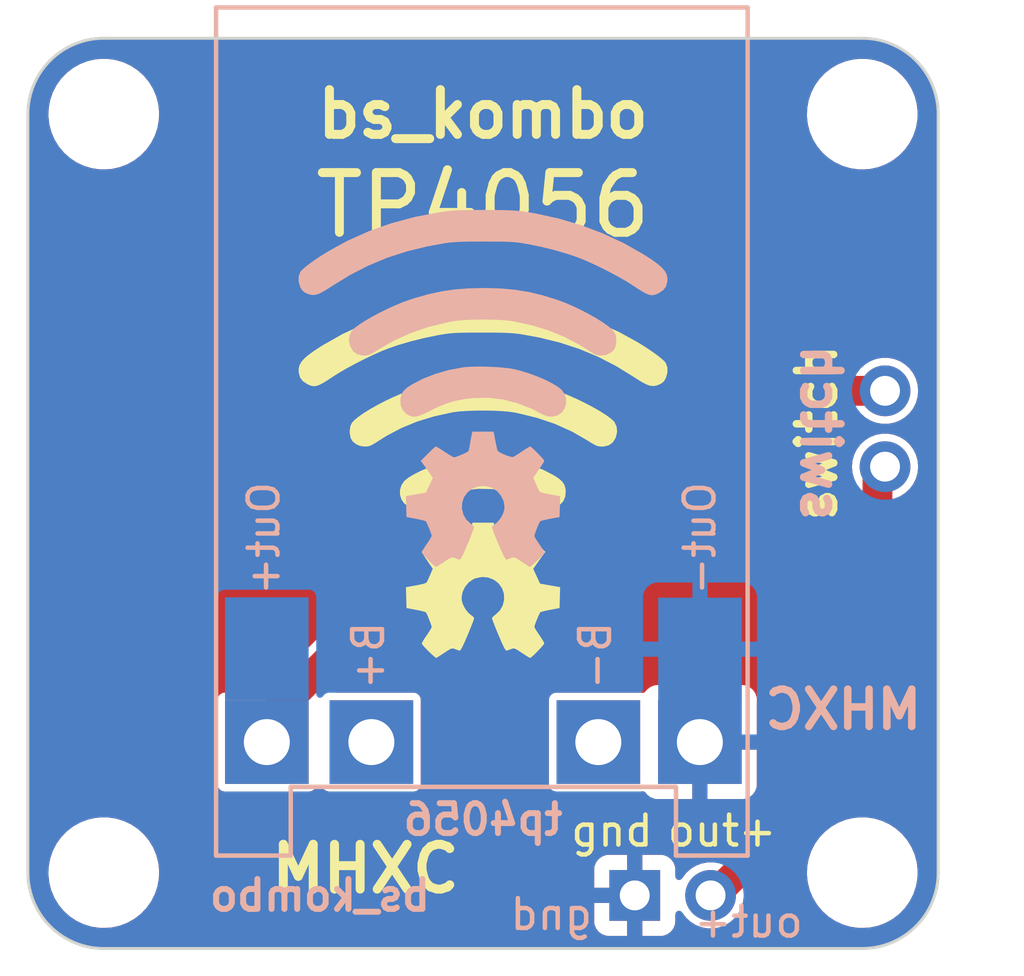
<source format=kicad_pcb>
(kicad_pcb (version 20221018) (generator pcbnew)
  (layers (0 "F.Cu" signal) (31 "B.Cu" signal) (34 "B.Paste" user) (35 "F.Paste" user) (36 "B.SilkS" user "B.Silkscreen") (37 "F.SilkS" user "F.Silkscreen") (38 "B.Mask" user) (39 "F.Mask" user) (44 "Edge.Cuts" user))
  (net 0 "")
  (net 1 "GND")
  (net 2 "Net-(DS1-OUT+)")
  (net 3 "+5V")
  (footprint "Connector_PinHeader_2.54mm:PinHeader_1x02_P2.54mm_Vertical" (layer "F.Cu") (at 143.002 52.446 180)
    (fp_text reference "J2" hide)
    (fp_text value "Conn_01x02")
    (pad "1" thru_hole circle (at 0 0 180) (size 1.7 1.7) (drill 1) (layers "*.Cu" "*.Mask") (net 3 "+5V"))
    (pad "2" thru_hole oval (at 0 2.54 180) (size 1.7 1.7) (drill 1) (layers "*.Cu" "*.Mask") (net 2 "Net-(DS1-OUT+)"))
  )
  (footprint "Connector_PinHeader_2.54mm:PinHeader_1x02_P2.54mm_Vertical" (layer "F.Cu") (at 134.62 66.802 90)
    (fp_text reference "J1" hide)
    (fp_text value "Conn_01x02" hide)
    (pad "1" thru_hole rect (at 0 0 90) (size 1.7 1.7) (drill 1) (layers "*.Cu" "*.Mask") (net 1 "GND"))
    (pad "2" thru_hole oval (at 0 2.54 90) (size 1.7 1.7) (drill 1) (layers "*.Cu" "*.Mask") (net 3 "+5V"))
  )
  (footprint "MountingHole:MountingHole_3.2mm_M3" (layer "F.Cu") (at 142.24 40.64)
    (fp_text reference "REF**" hide)
    (fp_text value "MountingHole_3.2mm_M3" hide)
    (pad "" np_thru_hole circle (at 0 0) (size 3.2 3.2) (drill 3.2) (layers "*.Cu" "*.Mask"))
  )
  (footprint "MountingHole:MountingHole_3.2mm_M3" (layer "F.Cu") (at 142.24 66.04)
    (fp_text reference "REF**" hide)
    (fp_text value "MountingHole_3.2mm_M3" hide)
    (pad "" np_thru_hole circle (at 0 0) (size 3.2 3.2) (drill 3.2) (layers "*.Cu" "*.Mask"))
  )
  (footprint "MountingHole:MountingHole_3.2mm_M3" (layer "F.Cu") (at 116.84 40.64)
    (fp_text reference "REF**" hide)
    (fp_text value "MountingHole_3.2mm_M3" hide)
    (pad "" np_thru_hole circle (at 0 0) (size 3.2 3.2) (drill 3.2) (layers "*.Cu" "*.Mask"))
  )
  (footprint "LOGO" (layer "F.Cu") (at 129.54 52.832)
    (fp_text reference "G***" hide)
    (fp_text value "LOGO" hide)
    (fp_poly (pts (xy 0.409137 -0.685288) (xy 0.622429 -0.670066) (xy 0.672022 -0.664143) (xy 1.139369 -0.577637) (xy 1.597082 -0.446162) (xy 2.027973 -0.275491) (xy 2.387162 -0.088082) (xy 2.552815 0.021698) (xy 2.664497 0.126348) (xy 2.731842 0.2389) (xy 2.764481 0.372385) (xy 2.769675 0.429428) (xy 2.753524 0.618682) (xy 2.683411 0.778611) (xy 2.563815 0.900427) (xy 2.514057 0.930867) (xy 2.411065 0.974714) (xy 2.30875 0.990349) (xy 2.194483 0.975584) (xy 2.055632 0.928232) (xy 1.879568 0.846106) (xy 1.805768 0.808193) (xy 1.487767 0.653122) (xy 1.196593 0.537162) (xy 0.911026 0.453963) (xy 0.609846 0.397176) (xy 0.323886 0.364771) (xy -0.164489 0.355338) (xy -0.652394 0.411222) (xy -1.136603 0.531648) (xy -1.613886 0.715844) (xy -2.016932 0.925008) (xy -2.168907 0.97924) (xy -2.339635 0.985927) (xy -2.497005 0.945501) (xy -2.634713 0.851358) (xy -2.729617 0.719143) (xy -2.779506 0.56301) (xy -2.782167 0.397114) (xy -2.735391 0.235608) (xy -2.636965 0.092646) (xy -2.631183 0.086773) (xy -2.503256 -0.016039) (xy -2.322166 -0.126203) (xy -2.0997 -0.238562) (xy -1.847644 -0.347956) (xy -1.577788 -0.449225) (xy -1.301919 -0.53721) (xy -1.062619 -0.599765) (xy -0.881063 -0.631859) (xy -0.65092 -0.657674) (xy -0.38951 -0.676567) (xy -0.114151 -0.687896) (xy 0.157837 -0.691017)) (fill solid) (layer "F.SilkS"))
    (fp_poly (pts (xy 0.489677 -3.309793) (xy 0.953352 -3.273255) (xy 1.394488 -3.208801) (xy 1.833083 -3.113249) (xy 2.289135 -2.983417) (xy 2.463932 -2.926843) (xy 2.702312 -2.84017) (xy 2.956147 -2.734992) (xy 3.216126 -2.61634) (xy 3.472938 -2.489249) (xy 3.717273 -2.35875) (xy 3.939821 -2.229875) (xy 4.13127 -2.107657) (xy 4.28231 -1.997129) (xy 4.383632 -1.903323) (xy 4.403415 -1.878531) (xy 4.474527 -1.724013) (xy 4.489397 -1.548498) (xy 4.447036 -1.367354) (xy 4.437763 -1.345296) (xy 4.343524 -1.196368) (xy 4.214808 -1.102587) (xy 4.047141 -1.061134) (xy 3.982928 -1.058457) (xy 3.902061 -1.062197) (xy 3.828828 -1.077894) (xy 3.747668 -1.112066) (xy 3.643022 -1.171229) (xy 3.503371 -1.259294) (xy 2.975343 -1.563111) (xy 2.41119 -1.816641) (xy 1.807317 -2.021255) (xy 1.160129 -2.178323) (xy 1.02526 -2.204137) (xy 0.832315 -2.230335) (xy 0.589776 -2.249253) (xy 0.313791 -2.260881) (xy 0.020513 -2.26521) (xy -0.273911 -2.26223) (xy -0.553328 -2.25193) (xy -0.801589 -2.234302) (xy -1.002543 -2.209334) (xy -1.025261 -2.205384) (xy -1.639684 -2.070501) (xy -2.206032 -1.896792) (xy -2.731725 -1.68142) (xy -3.224182 -1.421553) (xy -3.45612 -1.276775) (xy -3.602229 -1.182534) (xy -3.708742 -1.120021) (xy -3.790148 -1.082882) (xy -3.860935 -1.064761) (xy -3.93559 -1.059305) (xy -3.952214 -1.059174) (xy -4.121198 -1.081079) (xy -4.254879 -1.141259) (xy -4.365008 -1.229449) (xy -4.431677 -1.342755) (xy -4.461582 -1.495408) (xy -4.464844 -1.587544) (xy -4.440302 -1.753063) (xy -4.389564 -1.85546) (xy -4.303689 -1.95048) (xy -4.165153 -2.063512) (xy -3.983227 -2.189336) (xy -3.767181 -2.322732) (xy -3.526287 -2.458482) (xy -3.269815 -2.591366) (xy -3.007036 -2.716165) (xy -2.747221 -2.827658) (xy -2.499642 -2.920628) (xy -2.494348 -2.922444) (xy -2.013078 -3.072455) (xy -1.55048 -3.184243) (xy -1.08718 -3.260931) (xy -0.603803 -3.305638) (xy -0.080974 -3.321487) (xy -0.016537 -3.321599)) (fill solid) (layer "F.SilkS"))
    (fp_poly (pts (xy 0.248038 -5.935071) (xy 0.491083 -5.933484) (xy 0.691065 -5.929804) (xy 0.85952 -5.923442) (xy 1.007986 -5.91381) (xy 1.148 -5.900319) (xy 1.291101 -5.882382) (xy 1.448827 -5.85941) (xy 1.455208 -5.858438) (xy 2.280636 -5.702197) (xy 3.07082 -5.490581) (xy 3.825257 -5.223768) (xy 4.543445 -4.901932) (xy 5.175911 -4.554889) (xy 5.414207 -4.406968) (xy 5.630887 -4.263301) (xy 5.818296 -4.129542) (xy 5.968777 -4.011342) (xy 6.074676 -3.914354) (xy 6.121675 -3.856621) (xy 6.174054 -3.710615) (xy 6.175143 -3.539918) (xy 6.12504 -3.361487) (xy 6.118741 -3.347205) (xy 6.057322 -3.243065) (xy 5.973052 -3.173351) (xy 5.903685 -3.138594) (xy 5.795962 -3.099365) (xy 5.694037 -3.084769) (xy 5.587263 -3.097936) (xy 5.464993 -3.141997) (xy 5.31658 -3.220082) (xy 5.131377 -3.33532) (xy 5.048343 -3.390032) (xy 4.453248 -3.756196) (xy 3.846756 -4.068225) (xy 3.219915 -4.329523) (xy 2.563776 -4.543493) (xy 1.869385 -4.713536) (xy 1.289843 -4.818743) (xy 1.156918 -4.837409) (xy 1.018695 -4.851849) (xy 0.864794 -4.862501) (xy 0.68483 -4.869805) (xy 0.468423 -4.874201) (xy 0.205189 -4.876129) (xy -0.066146 -4.876148) (xy -0.353569 -4.875165) (xy -0.585903 -4.873136) (xy -0.774204 -4.869385) (xy -0.929527 -4.86323) (xy -1.06293 -4.853995) (xy -1.185466 -4.840998) (xy -1.308193 -4.823563) (xy -1.442166 -4.801009) (xy -1.521354 -4.786776) (xy -1.975219 -4.693281) (xy -2.432518 -4.578783) (xy -2.867923 -4.450039) (xy -3.163092 -4.34885) (xy -3.404266 -4.252503) (xy -3.681779 -4.128882) (xy -3.978756 -3.986538) (xy -4.278319 -3.834022) (xy -4.563594 -3.679885) (xy -4.817703 -3.532679) (xy -4.994011 -3.421115) (xy -5.197482 -3.287114) (xy -5.357244 -3.188914) (xy -5.483163 -3.123521) (xy -5.585104 -3.087938) (xy -5.672932 -3.079171) (xy -5.75651 -3.094224) (xy -5.845706 -3.130102) (xy -5.886304 -3.150195) (xy -6.035671 -3.250572) (xy -6.128152 -3.374914) (xy -6.171823 -3.534736) (xy -6.174549 -3.561143) (xy -6.173293 -3.679195) (xy -6.144665 -3.78953) (xy -6.083389 -3.897959) (xy -5.984191 -4.010288) (xy -5.841795 -4.132327) (xy -5.650926 -4.269884) (xy -5.406309 -4.428768) (xy -5.360765 -4.457219) (xy -4.710917 -4.824926) (xy -4.01825 -5.147781) (xy -3.291237 -5.422699) (xy -2.538348 -5.646597) (xy -1.768056 -5.81639) (xy -1.504818 -5.86107) (xy -1.357432 -5.882911) (xy -1.218797 -5.900021) (xy -1.077723 -5.912972) (xy -0.923023 -5.922332) (xy -0.743505 -5.928671) (xy -0.527981 -5.932559) (xy -0.265262 -5.934565) (xy -0.04961 -5.935151)) (fill solid) (layer "F.SilkS"))
    (fp_poly (pts (xy 0.391433 1.645378) (xy 0.417692 1.780708) (xy 0.441807 1.921827) (xy 0.446718 1.954099) (xy 0.464558 2.05274) (xy 0.483702 2.124735) (xy 0.49076 2.140756) (xy 0.530044 2.168797) (xy 0.611959 2.210704) (xy 0.716867 2.258036) (xy 0.825129 2.302353) (xy 0.917105 2.335213) (xy 0.973156 2.348177) (xy 0.973379 2.348177) (xy 1.014722 2.330745) (xy 1.096853 2.283833) (xy 1.20611 2.215519) (xy 1.281007 2.166276) (xy 1.398975 2.088987) (xy 1.49685 2.028013) (xy 1.561494 1.991366) (xy 1.579197 1.984375) (xy 1.61217 2.006466) (xy 1.680184 2.066096) (xy 1.77225 2.1533) (xy 1.845973 2.226271) (xy 2.086254 2.468167) (xy 2.024863 2.548732) (xy 1.975277 2.616301) (xy 1.903544 2.716991) (xy 1.824927 2.829369) (xy 1.822589 2.832745) (xy 1.681705 3.036193) (xy 1.795899 3.283351) (xy 1.910093 3.530509) (xy 2.245956 3.589505) (xy 2.581819 3.648501) (xy 2.572485 3.998396) (xy 2.563151 4.348291) (xy 2.250092 4.407087) (xy 2.113358 4.434772) (xy 2.002343 4.461008) (xy 1.932369 4.481978) (xy 1.916673 4.490168) (xy 1.889575 4.53818) (xy 1.849176 4.626458) (xy 1.80374 4.734675) (xy 1.76153 4.842505) (xy 1.73081 4.929623) (xy 1.719791 4.974468) (xy 1.737819 5.019261) (xy 1.785915 5.102358) (xy 1.855097 5.208674) (xy 1.885156 5.252181) (xy 1.960039 5.363551) (xy 2.017245 5.457657) (xy 2.047781 5.519329) (xy 2.050521 5.531106) (xy 2.028415 5.570046) (xy 1.970491 5.640774) (xy 1.889334 5.730316) (xy 1.797533 5.825697) (xy 1.707673 5.913945) (xy 1.632343 5.982085) (xy 1.584128 6.017144) (xy 1.576908 6.019271) (xy 1.539951 6.001876) (xy 1.462184 5.955257) (xy 1.357234 5.887768) (xy 1.298953 5.848895) (xy 1.178398 5.769013) (xy 1.097199 5.721675) (xy 1.040544 5.701466) (xy 0.993622 5.702971) (xy 0.944913 5.719441) (xy 0.85841 5.752924) (xy 0.79322 5.775895) (xy 0.767426 5.766197) (xy 0.731968 5.719449) (xy 0.683669 5.629642) (xy 0.619348 5.490765) (xy 0.535828 5.296807) (xy 0.520369 5.260018) (xy 0.447696 5.084195) (xy 0.3851 4.928126) (xy 0.336748 4.802581) (xy 0.306806 4.718327) (xy 0.298911 4.687677) (xy 0.324864 4.646069) (xy 0.389255 4.587161) (xy 0.429895 4.55704) (xy 0.568609 4.423162) (xy 0.661985 4.253223) (xy 0.706435 4.062468) (xy 0.69837 3.866143) (xy 0.635774 3.682489) (xy 0.514071 3.515902) (xy 0.353419 3.395365) (xy 0.165766 3.324683) (xy -0.036942 3.307656) (xy -0.242758 3.348089) (xy -0.31824 3.378813) (xy -0.476267 3.486099) (xy -0.601445 3.635888) (xy -0.684957 3.811939) (xy -0.717988 3.998012) (xy -0.710874 4.102189) (xy -0.666699 4.240889) (xy -0.587911 4.384638) (xy -0.490203 4.509115) (xy -0.399936 4.584052) (xy -0.331843 4.636076) (xy -0.298369 4.684799) (xy -0.297656 4.690668) (xy -0.31002 4.735128) (xy -0.344282 4.829414) (xy -0.396202 4.96259) (xy -0.461537 5.123721) (xy -0.520112 5.264214) (xy -0.607056 5.466368) (xy -0.674199 5.612606) (xy -0.724785 5.709012) (xy -0.762058 5.761672) (xy -0.789264 5.776671) (xy -0.792964 5.775962) (xy -0.858465 5.752895) (xy -0.944914 5.719441) (xy -0.996241 5.702407) (xy -1.043316 5.701973) (xy -1.100951 5.723554) (xy -1.183959 5.772567) (xy -1.298954 5.848895) (xy -1.411805 5.923586) (xy -1.503618 5.981627) (xy -1.561027 6.014699) (xy -1.572686 6.019271) (xy -1.604127 5.997734) (xy -1.671251 5.93985) (xy -1.762633 5.855708) (xy -1.822226 5.798871) (xy -1.920845 5.699313) (xy -1.99804 5.613103) (xy -2.043191 5.552545) (xy -2.050521 5.534408) (xy -2.032286 5.488798) (xy -1.983677 5.405397) (xy -1.913837 5.299457) (xy -1.885156 5.258594) (xy -1.809902 5.148302) (xy -1.75257 5.055085) (xy -1.722303 4.994175) (xy -1.719792 4.983057) (xy -1.731978 4.930851) (xy -1.763119 4.839127) (xy -1.805093 4.728501) (xy -1.849774 4.619592) (xy -1.889039 4.533019) (xy -1.913996 4.490168) (xy -1.954644 4.473937) (xy -2.044975 4.450233) (xy -2.1695 4.422885) (xy -2.250093 4.407087) (xy -2.563151 4.348291) (xy -2.572485 3.998396) (xy -2.581819 3.648501) (xy -2.25143 3.590466) (xy -2.109479 3.562427) (xy -1.991964 3.533418) (xy -1.914293 3.507566) (xy -1.892367 3.494276) (xy -1.865571 3.445922) (xy -1.822925 3.355891) (xy -1.773837 3.244078) (xy -1.683981 3.032036) (xy -1.86738 2.764521) (xy -1.945729 2.646942) (xy -2.007356 2.548189) (xy -2.044037 2.481788) (xy -2.05065 2.463046) (xy -2.028407 2.426831) (xy -1.97025 2.35867) (xy -1.888855 2.271372) (xy -1.796897 2.177744) (xy -1.707053 2.090593) (xy -1.631998 2.022727) (xy -1.584407 1.986955) (xy -1.576908 1.984375) (xy -1.539845 2.001761) (xy -1.46218 2.04828) (xy -1.357736 2.115478) (xy -1.304783 2.150818) (xy -1.189019 2.227421) (xy -1.090193 2.290064) (xy -1.023832 2.329014) (xy -1.009414 2.335953) (xy -0.951288 2.334397) (xy -0.856272 2.309326) (xy -0.74337 2.268523) (xy -0.631584 2.219772) (xy -0.539916 2.170857) (xy -0.48737 2.129561) (xy -0.482117 2.119966) (xy -0.469169 2.064826) (xy -0.447721 1.963048) (xy -0.421595 1.832981) (xy -0.410794 1.77767) (xy -0.35475 1.488282) (xy 0.001785 1.488282) (xy 0.358321 1.488282)) (fill solid) (layer "F.SilkS"))
  )
  (footprint "MountingHole:MountingHole_3.2mm_M3" (layer "F.Cu") (at 116.84 66.04)
    (fp_text reference "REF**" hide)
    (fp_text value "MountingHole_3.2mm_M3" hide)
    (pad "" np_thru_hole circle (at 0 0) (size 3.2 3.2) (drill 3.2) (layers "*.Cu" "*.Mask"))
  )
  (footprint "sam:TP4056-18650" (layer "B.Cu") (at 120.6005 37.0685 -90)
    (fp_text reference "DS1" hide)
    (fp_text value "TP4056 module")
    (fp_text user "B-" (at 21.7 -12.7 90) (layer "B.SilkS") (effects (justify mirror)))
    (fp_text user "Out-" (at 17.78 -16.2 90) (layer "B.SilkS") (effects (justify mirror)))
    (fp_text user "B+" (at 21.7 -5.1 90) (layer "B.SilkS") (effects (justify mirror)))
    (fp_text user "Out+" (at 17.78 -1.6 90) (layer "B.SilkS") (effects (justify mirror)))
    (fp_line (start 0 -17.8) (end 0 0) (stroke (width 0.15)) (layer "B.SilkS"))
    (fp_line (start 0 0) (end 26.3 0) (stroke (width 0.15)) (layer "B.SilkS"))
    (fp_line (start 26.1 -15.4) (end 26.4 -15.4) (stroke (width 0.15)) (layer "B.SilkS"))
    (fp_line (start 26.1 -2.5) (end 26.1 -15.4) (stroke (width 0.15)) (layer "B.SilkS"))
    (fp_line (start 26.3 -15.4) (end 28.4 -15.4) (stroke (width 0.15)) (layer "B.SilkS"))
    (fp_line (start 26.3 0) (end 28.4 0) (stroke (width 0.15)) (layer "B.SilkS"))
    (fp_line (start 28.4 -17.8) (end 0 -17.8) (stroke (width 0.15)) (layer "B.SilkS"))
    (fp_line (start 28.4 -15.7) (end 28.4 -17.8) (stroke (width 0.15)) (layer "B.SilkS"))
    (fp_line (start 28.4 -15.4) (end 28.4 -15.7) (stroke (width 0.15)) (layer "B.SilkS"))
    (fp_line (start 28.4 -2.5) (end 26.1 -2.5) (stroke (width 0.15)) (layer "B.SilkS"))
    (fp_line (start 28.4 0) (end 28.4 -2.5) (stroke (width 0.15)) (layer "B.SilkS"))
    (pad "3" smd rect (at 21.47625 -1.70005 270) (size 3.4475 2.7999) (layers "B.Cu" "B.Paste" "B.Mask") (net 2 "Net-(DS1-OUT+)"))
    (pad "3" thru_hole rect (at 24.6 -1.7 270) (size 2.8 2.8) (drill 1.54) (layers "*.Cu" "*.Mask") (net 2 "Net-(DS1-OUT+)"))
    (pad "4" smd rect (at 21.4884 -16.2052 270) (size 3.4475 2.7999) (layers "B.Cu" "B.Paste" "B.Mask") (net 1 "GND"))
    (pad "4" thru_hole rect (at 24.6 -16.2 270) (size 2.8 2.8) (drill 1.54) (layers "*.Cu" "*.Mask") (net 1 "GND"))
    (pad "5" thru_hole rect (at 24.6 -5.2 270) (size 2.8 2.8) (drill 1.54) (layers "*.Cu" "*.Mask"))
    (pad "6" thru_hole rect (at 24.6 -12.8 270) (size 2.8 2.8) (drill 1.54) (layers "*.Cu" "*.Mask"))
  )
  (footprint "LOGO" (layer "B.Cu") (at 129.54 49.784 180)
    (fp_text reference "G***" hide)
    (fp_text value "LOGO" hide)
    (fp_poly (pts (xy 0.409137 0.685288) (xy 0.622429 0.670066) (xy 0.672022 0.664143) (xy 1.139369 0.577637) (xy 1.597082 0.446162) (xy 2.027973 0.275491) (xy 2.387162 0.088082) (xy 2.552815 -0.021698) (xy 2.664497 -0.126348) (xy 2.731842 -0.2389) (xy 2.764481 -0.372385) (xy 2.769675 -0.429428) (xy 2.753524 -0.618682) (xy 2.683411 -0.778611) (xy 2.563815 -0.900427) (xy 2.514057 -0.930867) (xy 2.411065 -0.974714) (xy 2.30875 -0.990349) (xy 2.194483 -0.975584) (xy 2.055632 -0.928232) (xy 1.879568 -0.846106) (xy 1.805768 -0.808193) (xy 1.487767 -0.653122) (xy 1.196593 -0.537162) (xy 0.911026 -0.453963) (xy 0.609846 -0.397176) (xy 0.323886 -0.364771) (xy -0.164489 -0.355338) (xy -0.652394 -0.411222) (xy -1.136603 -0.531648) (xy -1.613886 -0.715844) (xy -2.016932 -0.925008) (xy -2.168907 -0.97924) (xy -2.339635 -0.985927) (xy -2.497005 -0.945501) (xy -2.634713 -0.851358) (xy -2.729617 -0.719143) (xy -2.779506 -0.56301) (xy -2.782167 -0.397114) (xy -2.735391 -0.235608) (xy -2.636965 -0.092646) (xy -2.631183 -0.086773) (xy -2.503256 0.016039) (xy -2.322166 0.126203) (xy -2.0997 0.238562) (xy -1.847644 0.347956) (xy -1.577788 0.449225) (xy -1.301919 0.53721) (xy -1.062619 0.599765) (xy -0.881063 0.631859) (xy -0.65092 0.657674) (xy -0.38951 0.676567) (xy -0.114151 0.687896) (xy 0.157837 0.691017)) (fill solid) (layer "B.SilkS"))
    (fp_poly (pts (xy 0.489677 3.309793) (xy 0.953352 3.273255) (xy 1.394488 3.208801) (xy 1.833083 3.113249) (xy 2.289135 2.983417) (xy 2.463932 2.926843) (xy 2.702312 2.84017) (xy 2.956147 2.734992) (xy 3.216126 2.61634) (xy 3.472938 2.489249) (xy 3.717273 2.35875) (xy 3.939821 2.229875) (xy 4.13127 2.107657) (xy 4.28231 1.997129) (xy 4.383632 1.903323) (xy 4.403415 1.878531) (xy 4.474527 1.724013) (xy 4.489397 1.548498) (xy 4.447036 1.367354) (xy 4.437763 1.345296) (xy 4.343524 1.196368) (xy 4.214808 1.102587) (xy 4.047141 1.061134) (xy 3.982928 1.058457) (xy 3.902061 1.062197) (xy 3.828828 1.077894) (xy 3.747668 1.112066) (xy 3.643022 1.171229) (xy 3.503371 1.259294) (xy 2.975343 1.563111) (xy 2.41119 1.816641) (xy 1.807317 2.021255) (xy 1.160129 2.178323) (xy 1.02526 2.204137) (xy 0.832315 2.230335) (xy 0.589776 2.249253) (xy 0.313791 2.260881) (xy 0.020513 2.26521) (xy -0.273911 2.26223) (xy -0.553328 2.25193) (xy -0.801589 2.234302) (xy -1.002543 2.209334) (xy -1.025261 2.205384) (xy -1.639684 2.070501) (xy -2.206032 1.896792) (xy -2.731725 1.68142) (xy -3.224182 1.421553) (xy -3.45612 1.276775) (xy -3.602229 1.182534) (xy -3.708742 1.120021) (xy -3.790148 1.082882) (xy -3.860935 1.064761) (xy -3.93559 1.059305) (xy -3.952214 1.059174) (xy -4.121198 1.081079) (xy -4.254879 1.141259) (xy -4.365008 1.229449) (xy -4.431677 1.342755) (xy -4.461582 1.495408) (xy -4.464844 1.587544) (xy -4.440302 1.753063) (xy -4.389564 1.85546) (xy -4.303689 1.95048) (xy -4.165153 2.063512) (xy -3.983227 2.189336) (xy -3.767181 2.322732) (xy -3.526287 2.458482) (xy -3.269815 2.591366) (xy -3.007036 2.716165) (xy -2.747221 2.827658) (xy -2.499642 2.920628) (xy -2.494348 2.922444) (xy -2.013078 3.072455) (xy -1.55048 3.184243) (xy -1.08718 3.260931) (xy -0.603803 3.305638) (xy -0.080974 3.321487) (xy -0.016537 3.321599)) (fill solid) (layer "B.SilkS"))
    (fp_poly (pts (xy 0.248038 5.935071) (xy 0.491083 5.933484) (xy 0.691065 5.929804) (xy 0.85952 5.923442) (xy 1.007986 5.91381) (xy 1.148 5.900319) (xy 1.291101 5.882382) (xy 1.448827 5.85941) (xy 1.455208 5.858438) (xy 2.280636 5.702197) (xy 3.07082 5.490581) (xy 3.825257 5.223768) (xy 4.543445 4.901932) (xy 5.175911 4.554889) (xy 5.414207 4.406968) (xy 5.630887 4.263301) (xy 5.818296 4.129542) (xy 5.968777 4.011342) (xy 6.074676 3.914354) (xy 6.121675 3.856621) (xy 6.174054 3.710615) (xy 6.175143 3.539918) (xy 6.12504 3.361487) (xy 6.118741 3.347205) (xy 6.057322 3.243065) (xy 5.973052 3.173351) (xy 5.903685 3.138594) (xy 5.795962 3.099365) (xy 5.694037 3.084769) (xy 5.587263 3.097936) (xy 5.464993 3.141997) (xy 5.31658 3.220082) (xy 5.131377 3.33532) (xy 5.048343 3.390032) (xy 4.453248 3.756196) (xy 3.846756 4.068225) (xy 3.219915 4.329523) (xy 2.563776 4.543493) (xy 1.869385 4.713536) (xy 1.289843 4.818743) (xy 1.156918 4.837409) (xy 1.018695 4.851849) (xy 0.864794 4.862501) (xy 0.68483 4.869805) (xy 0.468423 4.874201) (xy 0.205189 4.876129) (xy -0.066146 4.876148) (xy -0.353569 4.875165) (xy -0.585903 4.873136) (xy -0.774204 4.869385) (xy -0.929527 4.86323) (xy -1.06293 4.853995) (xy -1.185466 4.840998) (xy -1.308193 4.823563) (xy -1.442166 4.801009) (xy -1.521354 4.786776) (xy -1.975219 4.693281) (xy -2.432518 4.578783) (xy -2.867923 4.450039) (xy -3.163092 4.34885) (xy -3.404266 4.252503) (xy -3.681779 4.128882) (xy -3.978756 3.986538) (xy -4.278319 3.834022) (xy -4.563594 3.679885) (xy -4.817703 3.532679) (xy -4.994011 3.421115) (xy -5.197482 3.287114) (xy -5.357244 3.188914) (xy -5.483163 3.123521) (xy -5.585104 3.087938) (xy -5.672932 3.079171) (xy -5.75651 3.094224) (xy -5.845706 3.130102) (xy -5.886304 3.150195) (xy -6.035671 3.250572) (xy -6.128152 3.374914) (xy -6.171823 3.534736) (xy -6.174549 3.561143) (xy -6.173293 3.679195) (xy -6.144665 3.78953) (xy -6.083389 3.897959) (xy -5.984191 4.010288) (xy -5.841795 4.132327) (xy -5.650926 4.269884) (xy -5.406309 4.428768) (xy -5.360765 4.457219) (xy -4.710917 4.824926) (xy -4.01825 5.147781) (xy -3.291237 5.422699) (xy -2.538348 5.646597) (xy -1.768056 5.81639) (xy -1.504818 5.86107) (xy -1.357432 5.882911) (xy -1.218797 5.900021) (xy -1.077723 5.912972) (xy -0.923023 5.922332) (xy -0.743505 5.928671) (xy -0.527981 5.932559) (xy -0.265262 5.934565) (xy -0.04961 5.935151)) (fill solid) (layer "B.SilkS"))
    (fp_poly (pts (xy 0.391433 -1.645378) (xy 0.417692 -1.780708) (xy 0.441807 -1.921827) (xy 0.446718 -1.954099) (xy 0.464558 -2.05274) (xy 0.483702 -2.124735) (xy 0.49076 -2.140756) (xy 0.530044 -2.168797) (xy 0.611959 -2.210704) (xy 0.716867 -2.258036) (xy 0.825129 -2.302353) (xy 0.917105 -2.335213) (xy 0.973156 -2.348177) (xy 0.973379 -2.348177) (xy 1.014722 -2.330745) (xy 1.096853 -2.283833) (xy 1.20611 -2.215519) (xy 1.281007 -2.166276) (xy 1.398975 -2.088987) (xy 1.49685 -2.028013) (xy 1.561494 -1.991366) (xy 1.579197 -1.984375) (xy 1.61217 -2.006466) (xy 1.680184 -2.066096) (xy 1.77225 -2.1533) (xy 1.845973 -2.226271) (xy 2.086254 -2.468167) (xy 2.024863 -2.548732) (xy 1.975277 -2.616301) (xy 1.903544 -2.716991) (xy 1.824927 -2.829369) (xy 1.822589 -2.832745) (xy 1.681705 -3.036193) (xy 1.795899 -3.283351) (xy 1.910093 -3.530509) (xy 2.245956 -3.589505) (xy 2.581819 -3.648501) (xy 2.572485 -3.998396) (xy 2.563151 -4.348291) (xy 2.250092 -4.407087) (xy 2.113358 -4.434772) (xy 2.002343 -4.461008) (xy 1.932369 -4.481978) (xy 1.916673 -4.490168) (xy 1.889575 -4.53818) (xy 1.849176 -4.626458) (xy 1.80374 -4.734675) (xy 1.76153 -4.842505) (xy 1.73081 -4.929623) (xy 1.719791 -4.974468) (xy 1.737819 -5.019261) (xy 1.785915 -5.102358) (xy 1.855097 -5.208674) (xy 1.885156 -5.252181) (xy 1.960039 -5.363551) (xy 2.017245 -5.457657) (xy 2.047781 -5.519329) (xy 2.050521 -5.531106) (xy 2.028415 -5.570046) (xy 1.970491 -5.640774) (xy 1.889334 -5.730316) (xy 1.797533 -5.825697) (xy 1.707673 -5.913945) (xy 1.632343 -5.982085) (xy 1.584128 -6.017144) (xy 1.576908 -6.019271) (xy 1.539951 -6.001876) (xy 1.462184 -5.955257) (xy 1.357234 -5.887768) (xy 1.298953 -5.848895) (xy 1.178398 -5.769013) (xy 1.097199 -5.721675) (xy 1.040544 -5.701466) (xy 0.993622 -5.702971) (xy 0.944913 -5.719441) (xy 0.85841 -5.752924) (xy 0.79322 -5.775895) (xy 0.767426 -5.766197) (xy 0.731968 -5.719449) (xy 0.683669 -5.629642) (xy 0.619348 -5.490765) (xy 0.535828 -5.296807) (xy 0.520369 -5.260018) (xy 0.447696 -5.084195) (xy 0.3851 -4.928126) (xy 0.336748 -4.802581) (xy 0.306806 -4.718327) (xy 0.298911 -4.687677) (xy 0.324864 -4.646069) (xy 0.389255 -4.587161) (xy 0.429895 -4.55704) (xy 0.568609 -4.423162) (xy 0.661985 -4.253223) (xy 0.706435 -4.062468) (xy 0.69837 -3.866143) (xy 0.635774 -3.682489) (xy 0.514071 -3.515902) (xy 0.353419 -3.395365) (xy 0.165766 -3.324683) (xy -0.036942 -3.307656) (xy -0.242758 -3.348089) (xy -0.31824 -3.378813) (xy -0.476267 -3.486099) (xy -0.601445 -3.635888) (xy -0.684957 -3.811939) (xy -0.717988 -3.998012) (xy -0.710874 -4.102189) (xy -0.666699 -4.240889) (xy -0.587911 -4.384638) (xy -0.490203 -4.509115) (xy -0.399936 -4.584052) (xy -0.331843 -4.636076) (xy -0.298369 -4.684799) (xy -0.297656 -4.690668) (xy -0.31002 -4.735128) (xy -0.344282 -4.829414) (xy -0.396202 -4.96259) (xy -0.461537 -5.123721) (xy -0.520112 -5.264214) (xy -0.607056 -5.466368) (xy -0.674199 -5.612606) (xy -0.724785 -5.709012) (xy -0.762058 -5.761672) (xy -0.789264 -5.776671) (xy -0.792964 -5.775962) (xy -0.858465 -5.752895) (xy -0.944914 -5.719441) (xy -0.996241 -5.702407) (xy -1.043316 -5.701973) (xy -1.100951 -5.723554) (xy -1.183959 -5.772567) (xy -1.298954 -5.848895) (xy -1.411805 -5.923586) (xy -1.503618 -5.981627) (xy -1.561027 -6.014699) (xy -1.572686 -6.019271) (xy -1.604127 -5.997734) (xy -1.671251 -5.93985) (xy -1.762633 -5.855708) (xy -1.822226 -5.798871) (xy -1.920845 -5.699313) (xy -1.99804 -5.613103) (xy -2.043191 -5.552545) (xy -2.050521 -5.534408) (xy -2.032286 -5.488798) (xy -1.983677 -5.405397) (xy -1.913837 -5.299457) (xy -1.885156 -5.258594) (xy -1.809902 -5.148302) (xy -1.75257 -5.055085) (xy -1.722303 -4.994175) (xy -1.719792 -4.983057) (xy -1.731978 -4.930851) (xy -1.763119 -4.839127) (xy -1.805093 -4.728501) (xy -1.849774 -4.619592) (xy -1.889039 -4.533019) (xy -1.913996 -4.490168) (xy -1.954644 -4.473937) (xy -2.044975 -4.450233) (xy -2.1695 -4.422885) (xy -2.250093 -4.407087) (xy -2.563151 -4.348291) (xy -2.572485 -3.998396) (xy -2.581819 -3.648501) (xy -2.25143 -3.590466) (xy -2.109479 -3.562427) (xy -1.991964 -3.533418) (xy -1.914293 -3.507566) (xy -1.892367 -3.494276) (xy -1.865571 -3.445922) (xy -1.822925 -3.355891) (xy -1.773837 -3.244078) (xy -1.683981 -3.032036) (xy -1.86738 -2.764521) (xy -1.945729 -2.646942) (xy -2.007356 -2.548189) (xy -2.044037 -2.481788) (xy -2.05065 -2.463046) (xy -2.028407 -2.426831) (xy -1.97025 -2.35867) (xy -1.888855 -2.271372) (xy -1.796897 -2.177744) (xy -1.707053 -2.090593) (xy -1.631998 -2.022727) (xy -1.584407 -1.986955) (xy -1.576908 -1.984375) (xy -1.539845 -2.001761) (xy -1.46218 -2.04828) (xy -1.357736 -2.115478) (xy -1.304783 -2.150818) (xy -1.189019 -2.227421) (xy -1.090193 -2.290064) (xy -1.023832 -2.329014) (xy -1.009414 -2.335953) (xy -0.951288 -2.334397) (xy -0.856272 -2.309326) (xy -0.74337 -2.268523) (xy -0.631584 -2.219772) (xy -0.539916 -2.170857) (xy -0.48737 -2.129561) (xy -0.482117 -2.119966) (xy -0.469169 -2.064826) (xy -0.447721 -1.963048) (xy -0.421595 -1.832981) (xy -0.410794 -1.77767) (xy -0.35475 -1.488282) (xy 0.001785 -1.488282) (xy 0.358321 -1.488282)) (fill solid) (layer "B.SilkS"))
  )
  (gr_arc (start 114.3 40.64) (mid 115.043949 38.843949) (end 116.84 38.1) (stroke (width 0.1)) (layer "Edge.Cuts"))
  (gr_arc (start 116.84 68.58) (mid 115.043949 67.836051) (end 114.3 66.04) (stroke (width 0.1)) (layer "Edge.Cuts"))
  (gr_line (start 114.3 66.04) (end 114.3 40.64) (stroke (width 0.1)) (layer "Edge.Cuts"))
  (gr_line (start 142.24 68.58) (end 116.84 68.58) (stroke (width 0.1)) (layer "Edge.Cuts"))
  (gr_line (start 144.78 40.64) (end 144.78 66.04) (stroke (width 0.1)) (layer "Edge.Cuts"))
  (gr_line (start 116.84 38.1) (end 142.24 38.1) (stroke (width 0.1)) (layer "Edge.Cuts"))
  (gr_arc (start 142.24 38.1) (mid 144.036051 38.843949) (end 144.78 40.64) (stroke (width 0.1)) (layer "Edge.Cuts"))
  (gr_arc (start 144.78 66.04) (mid 144.036051 67.836051) (end 142.24 68.58) (stroke (width 0.1)) (layer "Edge.Cuts"))
  (gr_text "bs_kombo" (at 124.079 66.802) (layer "B.SilkS") (effects (font (size 1 1) (thickness 0.2) bold) (justify mirror)))
  (gr_text "MHXC" (at 141.605 60.579) (layer "B.SilkS") (effects (font (size 1.25 1.25) (thickness 0.25)) (justify mirror)))
  (gr_text "out+" (at 138.43 67.691) (layer "B.SilkS") (effects (font (size 1 1)) (justify mirror)))
  (gr_text "gnd" (at 131.826 67.437) (layer "B.SilkS") (effects (font (size 1 1)) (justify mirror)))
  (gr_text "switch" (at 140.843 51.308 -90) (layer "B.SilkS") (effects (font (size 1.25 1.25) (thickness 0.25) bold) (justify mirror)))
  (gr_text "tp4056" (at 129.54 64.262) (layer "B.SilkS") (effects (font (size 1 1) (thickness 0.2) bold) (justify mirror)))
  (gr_text "out+" (at 137.541 64.643) (layer "F.SilkS") (effects (font (size 1 1))))
  (gr_text "switch" (at 140.716 51.308 90) (layer "F.SilkS") (effects (font (size 1.25 1.25) (thickness 0.25) bold)))
  (gr_text "TP4056" (at 129.54 43.688) (layer "F.SilkS") (effects (font (size 2 2) (thickness 0.3))))
  (gr_text "gnd" (at 133.858 64.643) (layer "F.SilkS") (effects (font (size 1 1))))
  (gr_text "MHXC" (at 125.603 65.913) (layer "F.SilkS") (effects (font (size 1.5 1.5) (thickness 0.3) bold)))
  (gr_text "bs_kombo" (at 129.54 40.64) (layer "F.SilkS") (effects (font (size 1.5 1.5) (thickness 0.3) bold)))
  (segment (start 122.3005 61.6685) (end 122.3005 60.9685) (width 1) (layer "F.Cu") (net 2))
  (segment (start 133.363 49.906) (end 143.002 49.906) (width 1) (layer "F.Cu") (net 2))
  (segment (start 122.3005 60.9685) (end 133.363 49.906) (width 1) (layer "F.Cu") (net 2))
  (segment (start 137.16 66.802) (end 137.282 66.802) (width 0.5) (layer "F.Cu") (net 3))
  (segment (start 142.748 61.336) (end 142.748 52.7) (width 1) (layer "F.Cu") (net 3))
  (segment (start 142.748 52.7) (end 143.002 52.446) (width 0.5) (layer "F.Cu") (net 3))
  (segment (start 137.282 66.802) (end 142.748 61.336) (width 1) (layer "F.Cu") (net 3))
  (zone (net 1) (net_name "GND") (layers "F&B.Cu") (connect_pads (clearance 0.254)) (min_thickness 0.254) (fill yes (thermal_gap 0.508) (thermal_bridge_width 0.508))
    (polygon (pts (xy 144.78 68.58) (xy 114.3 68.58) (xy 114.3 38.1) (xy 144.78 38.1)))
  )
)
</source>
